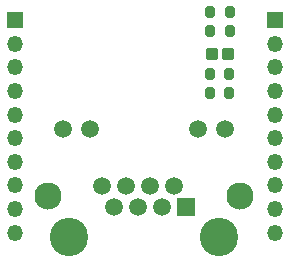
<source format=gts>
G04 #@! TF.GenerationSoftware,KiCad,Pcbnew,7.0.7*
G04 #@! TF.CreationDate,2023-10-04T16:56:08-06:00*
G04 #@! TF.ProjectId,GigE_Module,47696745-5f4d-46f6-9475-6c652e6b6963,rev?*
G04 #@! TF.SameCoordinates,Original*
G04 #@! TF.FileFunction,Soldermask,Top*
G04 #@! TF.FilePolarity,Negative*
%FSLAX46Y46*%
G04 Gerber Fmt 4.6, Leading zero omitted, Abs format (unit mm)*
G04 Created by KiCad (PCBNEW 7.0.7) date 2023-10-04 16:56:08*
%MOMM*%
%LPD*%
G01*
G04 APERTURE LIST*
G04 Aperture macros list*
%AMRoundRect*
0 Rectangle with rounded corners*
0 $1 Rounding radius*
0 $2 $3 $4 $5 $6 $7 $8 $9 X,Y pos of 4 corners*
0 Add a 4 corners polygon primitive as box body*
4,1,4,$2,$3,$4,$5,$6,$7,$8,$9,$2,$3,0*
0 Add four circle primitives for the rounded corners*
1,1,$1+$1,$2,$3*
1,1,$1+$1,$4,$5*
1,1,$1+$1,$6,$7*
1,1,$1+$1,$8,$9*
0 Add four rect primitives between the rounded corners*
20,1,$1+$1,$2,$3,$4,$5,0*
20,1,$1+$1,$4,$5,$6,$7,0*
20,1,$1+$1,$6,$7,$8,$9,0*
20,1,$1+$1,$8,$9,$2,$3,0*%
G04 Aperture macros list end*
%ADD10C,3.250000*%
%ADD11R,1.500000X1.500000*%
%ADD12C,1.500000*%
%ADD13C,2.300000*%
%ADD14RoundRect,0.200000X-0.200000X-0.275000X0.200000X-0.275000X0.200000X0.275000X-0.200000X0.275000X0*%
%ADD15R,1.350000X1.350000*%
%ADD16O,1.350000X1.350000*%
%ADD17RoundRect,0.250000X-0.287500X-0.275000X0.287500X-0.275000X0.287500X0.275000X-0.287500X0.275000X0*%
G04 APERTURE END LIST*
D10*
X151060000Y-104350000D03*
X138360000Y-104350000D03*
D11*
X148270000Y-101810000D03*
D12*
X147254000Y-100030000D03*
X146238000Y-101810000D03*
X145222000Y-100030000D03*
X144206000Y-101810000D03*
X143190000Y-100030000D03*
X142174000Y-101810000D03*
X141158000Y-100030000D03*
X151570000Y-95210000D03*
X149280000Y-95210000D03*
X140140000Y-95210000D03*
X137850000Y-95210000D03*
D13*
X152840000Y-100920000D03*
X136580000Y-100920000D03*
D14*
X150295000Y-85330000D03*
X151945000Y-85330000D03*
X150295000Y-86930000D03*
X151945000Y-86930000D03*
X150285000Y-90580000D03*
X151935000Y-90580000D03*
D15*
X155772000Y-86025000D03*
D16*
X155772000Y-88025000D03*
X155772000Y-90025000D03*
X155772000Y-92025000D03*
X155772000Y-94025000D03*
X155772000Y-96025000D03*
X155772000Y-98025000D03*
X155772000Y-100025000D03*
X155772000Y-102025000D03*
X155772000Y-104025000D03*
D15*
X133772000Y-86025000D03*
D16*
X133772000Y-88025000D03*
X133772000Y-90025000D03*
X133772000Y-92025000D03*
X133772000Y-94025000D03*
X133772000Y-96025000D03*
X133772000Y-98025000D03*
X133772000Y-100025000D03*
X133772000Y-102025000D03*
X133772000Y-104025000D03*
D17*
X150420000Y-88900000D03*
X151845000Y-88900000D03*
D14*
X150285000Y-92160000D03*
X151935000Y-92160000D03*
M02*

</source>
